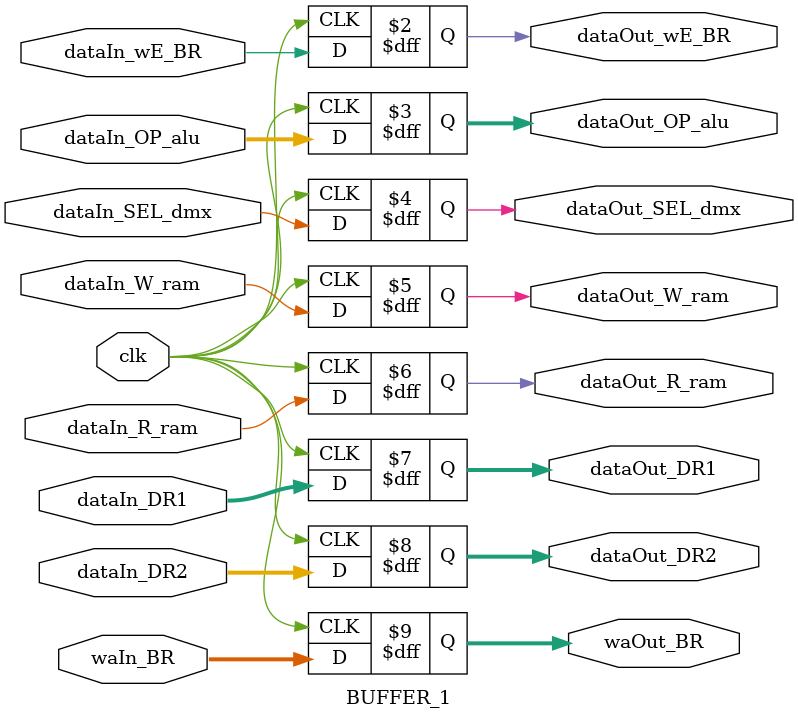
<source format=v>
module BUFFER_1(
	input dataIn_wE_BR,
	input [3:0]dataIn_OP_alu,
	input dataIn_SEL_dmx,
	input dataIn_W_ram,
	input dataIn_R_ram,
	input [31:0]dataIn_DR1,
	input [31:0]dataIn_DR2,
	input [4:0] waIn_BR,
	input clk,
	output reg dataOut_wE_BR,
	output reg [3:0]dataOut_OP_alu,
	output reg dataOut_SEL_dmx,
	output reg dataOut_W_ram,
	output reg dataOut_R_ram,
	output reg [31:0]dataOut_DR1,
	output reg [31:0]dataOut_DR2,
	output reg [4:0] waOut_BR
);

always @(posedge clk) begin
	dataOut_wE_BR = dataIn_wE_BR;
	dataOut_OP_alu = dataIn_OP_alu;
	dataOut_SEL_dmx = dataIn_SEL_dmx;
	dataOut_W_ram = dataIn_W_ram;
	dataOut_R_ram = dataIn_R_ram;
	dataOut_DR1 = dataIn_DR1;
	dataOut_DR2 = dataIn_DR2;
	waOut_BR = waIn_BR;
end

endmodule
</source>
